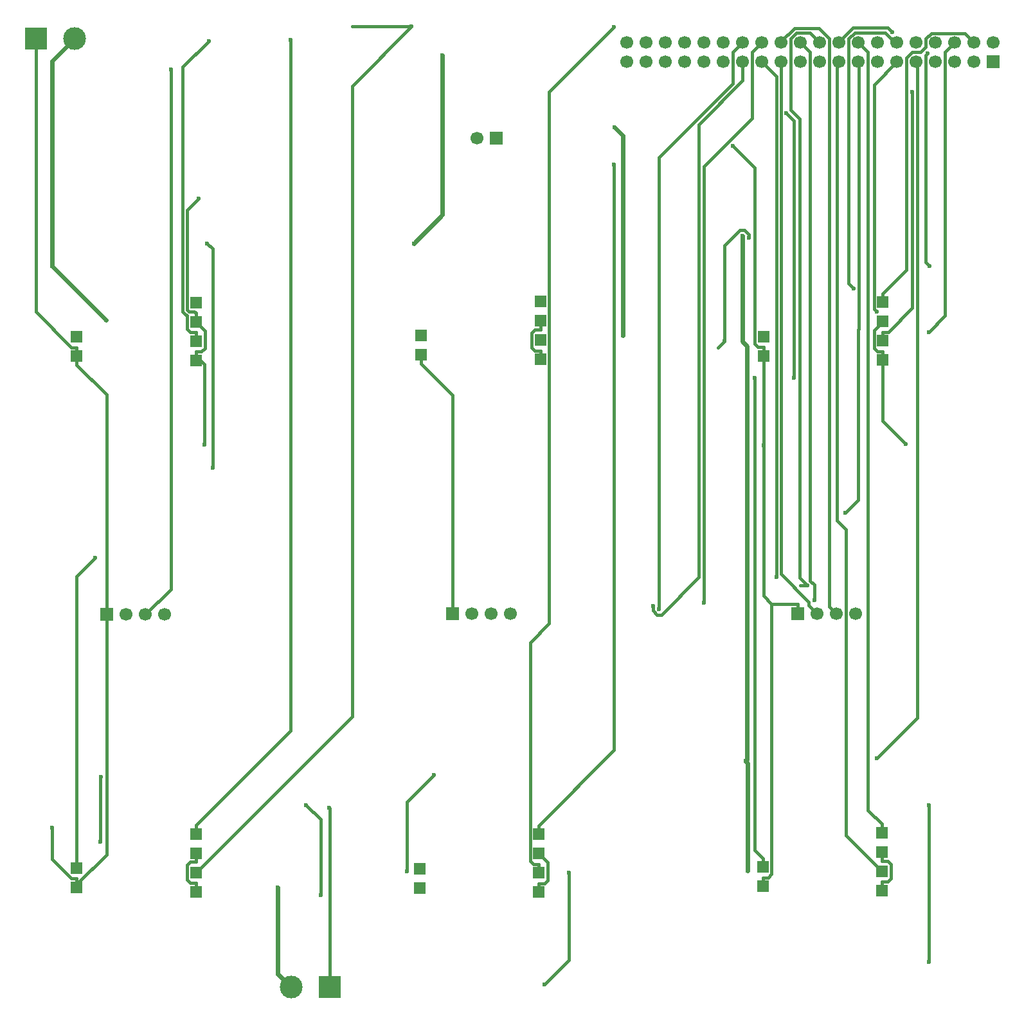
<source format=gbr>
%TF.GenerationSoftware,KiCad,Pcbnew,9.0.2*%
%TF.CreationDate,2025-06-29T15:47:53+02:00*%
%TF.ProjectId,adirs,61646972-732e-46b6-9963-61645f706362,rev?*%
%TF.SameCoordinates,Original*%
%TF.FileFunction,Copper,L2,Bot*%
%TF.FilePolarity,Positive*%
%FSLAX46Y46*%
G04 Gerber Fmt 4.6, Leading zero omitted, Abs format (unit mm)*
G04 Created by KiCad (PCBNEW 9.0.2) date 2025-06-29 15:47:53*
%MOMM*%
%LPD*%
G01*
G04 APERTURE LIST*
%TA.AperFunction,ComponentPad*%
%ADD10R,1.700000X1.700000*%
%TD*%
%TA.AperFunction,ComponentPad*%
%ADD11C,1.700000*%
%TD*%
%TA.AperFunction,ComponentPad*%
%ADD12R,3.000000X3.000000*%
%TD*%
%TA.AperFunction,ComponentPad*%
%ADD13C,3.000000*%
%TD*%
%TA.AperFunction,ComponentPad*%
%ADD14R,1.500000X1.500000*%
%TD*%
%TA.AperFunction,ViaPad*%
%ADD15C,0.600000*%
%TD*%
%TA.AperFunction,Conductor*%
%ADD16C,0.400000*%
%TD*%
%TA.AperFunction,Conductor*%
%ADD17C,0.600000*%
%TD*%
G04 APERTURE END LIST*
D10*
%TO.P,J2,1,Pin_1*%
%TO.N,Net-(J2-Pin_1)*%
X269825000Y-28475000D03*
D11*
%TO.P,J2,2,Pin_2*%
%TO.N,Net-(J2-Pin_2)*%
X269825000Y-25935000D03*
%TO.P,J2,3,Pin_3*%
%TO.N,Net-(J2-Pin_3)*%
X267285000Y-28475000D03*
%TO.P,J2,4,Pin_4*%
%TO.N,Net-(J2-Pin_4)*%
X267285000Y-25935000D03*
%TO.P,J2,5,Pin_5*%
%TO.N,Net-(J2-Pin_5)*%
X264745000Y-28475000D03*
%TO.P,J2,6,Pin_6*%
%TO.N,Net-(J2-Pin_6)*%
X264745000Y-25935000D03*
%TO.P,J2,7,Pin_7*%
%TO.N,Net-(J2-Pin_7)*%
X262205000Y-28475000D03*
%TO.P,J2,8,Pin_8*%
%TO.N,Net-(J2-Pin_8)*%
X262205000Y-25935000D03*
%TO.P,J2,9,Pin_9*%
%TO.N,Net-(J2-Pin_9)*%
X259665000Y-28475000D03*
%TO.P,J2,10,Pin_10*%
%TO.N,Net-(J2-Pin_10)*%
X259665000Y-25935000D03*
%TO.P,J2,11,Pin_11*%
%TO.N,Net-(J2-Pin_11)*%
X257125000Y-28475000D03*
%TO.P,J2,12,Pin_12*%
%TO.N,Net-(J2-Pin_12)*%
X257125000Y-25935000D03*
%TO.P,J2,13,Pin_13*%
%TO.N,Net-(J2-Pin_13)*%
X254585000Y-28475000D03*
%TO.P,J2,14,Pin_14*%
%TO.N,Net-(J2-Pin_14)*%
X254585000Y-25935000D03*
%TO.P,J2,15,Pin_15*%
%TO.N,Net-(J2-Pin_15)*%
X252045000Y-28475000D03*
%TO.P,J2,16,Pin_16*%
%TO.N,Net-(J2-Pin_16)*%
X252045000Y-25935000D03*
%TO.P,J2,17,Pin_17*%
%TO.N,Net-(J2-Pin_17)*%
X249505000Y-28475000D03*
%TO.P,J2,18,Pin_18*%
%TO.N,Net-(J2-Pin_18)*%
X249505000Y-25935000D03*
%TO.P,J2,19,Pin_19*%
%TO.N,Net-(J2-Pin_19)*%
X246965000Y-28475000D03*
%TO.P,J2,20,Pin_20*%
%TO.N,Net-(J2-Pin_20)*%
X246965000Y-25935000D03*
%TO.P,J2,21,Pin_21*%
%TO.N,Net-(J2-Pin_21)*%
X244425000Y-28475000D03*
%TO.P,J2,22,Pin_22*%
%TO.N,Net-(J2-Pin_22)*%
X244425000Y-25935000D03*
%TO.P,J2,23,Pin_23*%
%TO.N,Net-(J2-Pin_23)*%
X241885000Y-28475000D03*
%TO.P,J2,24,Pin_24*%
%TO.N,Net-(J2-Pin_24)*%
X241885000Y-25935000D03*
%TO.P,J2,25,Pin_25*%
%TO.N,Net-(J2-Pin_25)*%
X239345000Y-28475000D03*
%TO.P,J2,26,Pin_26*%
%TO.N,Net-(J2-Pin_26)*%
X239345000Y-25935000D03*
%TO.P,J2,27,Pin_27*%
%TO.N,Net-(J2-Pin_27)*%
X236805000Y-28475000D03*
%TO.P,J2,28,Pin_28*%
%TO.N,Net-(J2-Pin_28)*%
X236805000Y-25935000D03*
%TO.P,J2,29,Pin_29*%
%TO.N,unconnected-(J2-Pin_29-Pad29)*%
X234265000Y-28475000D03*
%TO.P,J2,30,Pin_30*%
%TO.N,unconnected-(J2-Pin_30-Pad30)*%
X234265000Y-25935000D03*
%TO.P,J2,31,Pin_31*%
%TO.N,unconnected-(J2-Pin_31-Pad31)*%
X231725000Y-28475000D03*
%TO.P,J2,32,Pin_32*%
%TO.N,unconnected-(J2-Pin_32-Pad32)*%
X231725000Y-25935000D03*
%TO.P,J2,33,Pin_33*%
%TO.N,unconnected-(J2-Pin_33-Pad33)*%
X229185000Y-28475000D03*
%TO.P,J2,34,Pin_34*%
%TO.N,unconnected-(J2-Pin_34-Pad34)*%
X229185000Y-25935000D03*
%TO.P,J2,35,Pin_35*%
%TO.N,unconnected-(J2-Pin_35-Pad35)*%
X226645000Y-28475000D03*
%TO.P,J2,36,Pin_36*%
%TO.N,unconnected-(J2-Pin_36-Pad36)*%
X226645000Y-25935000D03*
%TO.P,J2,37,Pin_37*%
%TO.N,unconnected-(J2-Pin_37-Pad37)*%
X224105000Y-28475000D03*
%TO.P,J2,38,Pin_38*%
%TO.N,unconnected-(J2-Pin_38-Pad38)*%
X224105000Y-25935000D03*
%TO.P,J2,39,Pin_39*%
%TO.N,unconnected-(J2-Pin_39-Pad39)*%
X221565000Y-28475000D03*
%TO.P,J2,40,Pin_40*%
%TO.N,unconnected-(J2-Pin_40-Pad40)*%
X221565000Y-25935000D03*
%TD*%
D12*
%TO.P,J7,1,Pin_1*%
%TO.N,GND*%
X182390000Y-150400000D03*
D13*
%TO.P,J7,2,Pin_2*%
%TO.N,+12V*%
X177310000Y-150400000D03*
%TD*%
D14*
%TO.P,KR3,1,+5V_TOP_LED*%
%TO.N,Net-(J2-Pin_4)*%
X255250000Y-60150000D03*
%TO.P,KR3,2,GND_TOP_LED*%
%TO.N,GND*%
X255250000Y-62690000D03*
%TO.P,KR3,3,+5V_BOTTOM_LED*%
%TO.N,Net-(J2-Pin_5)*%
X255250000Y-65230000D03*
%TO.P,KR3,4,GND_BOTTOM_LED*%
%TO.N,GND*%
X255250000Y-67770000D03*
%TO.P,KR3,5,SW_IN*%
%TO.N,Net-(J2-Pin_6)*%
X239550000Y-64650000D03*
%TO.P,KR3,6,SW_OUT*%
%TO.N,GND*%
X239550000Y-67190000D03*
%TD*%
%TO.P,KR5,1,+5V_TOP_LED*%
%TO.N,Net-(J2-Pin_7)*%
X209950000Y-130250000D03*
%TO.P,KR5,2,GND_TOP_LED*%
%TO.N,GND*%
X209950000Y-132790000D03*
%TO.P,KR5,3,+5V_BOTTOM_LED*%
%TO.N,Net-(J2-Pin_8)*%
X209950000Y-135330000D03*
%TO.P,KR5,4,GND_BOTTOM_LED*%
%TO.N,GND*%
X209950000Y-137870000D03*
%TO.P,KR5,5,SW_IN*%
%TO.N,Net-(J2-Pin_9)*%
X194250000Y-134750000D03*
%TO.P,KR5,6,SW_OUT*%
%TO.N,GND*%
X194250000Y-137290000D03*
%TD*%
%TO.P,KR6,1,+5V_TOP_LED*%
%TO.N,Net-(J2-Pin_16)*%
X255150000Y-130050000D03*
%TO.P,KR6,2,GND_TOP_LED*%
%TO.N,GND*%
X255150000Y-132590000D03*
%TO.P,KR6,3,+5V_BOTTOM_LED*%
%TO.N,Net-(J2-Pin_17)*%
X255150000Y-135130000D03*
%TO.P,KR6,4,GND_BOTTOM_LED*%
%TO.N,GND*%
X255150000Y-137670000D03*
%TO.P,KR6,5,SW_IN*%
%TO.N,Net-(J2-Pin_18)*%
X239450000Y-134550000D03*
%TO.P,KR6,6,SW_OUT*%
%TO.N,GND*%
X239450000Y-137090000D03*
%TD*%
D10*
%TO.P,J6,1,Pin_1*%
%TO.N,GND*%
X198590000Y-101150000D03*
D11*
%TO.P,J6,2,Pin_2*%
%TO.N,Net-(J2-Pin_26)*%
X201130000Y-101150000D03*
%TO.P,J6,3,Pin_3*%
%TO.N,Net-(J2-Pin_27)*%
X203670000Y-101150000D03*
%TO.P,J6,4,Pin_4*%
%TO.N,Net-(J2-Pin_28)*%
X206210000Y-101150000D03*
%TD*%
D10*
%TO.P,J4,1,Pin_1*%
%TO.N,GND*%
X153020000Y-101300000D03*
D11*
%TO.P,J4,2,Pin_2*%
%TO.N,Net-(J2-Pin_20)*%
X155560000Y-101300000D03*
%TO.P,J4,3,Pin_3*%
%TO.N,Net-(J2-Pin_21)*%
X158100000Y-101300000D03*
%TO.P,J4,4,Pin_4*%
%TO.N,Net-(J2-Pin_22)*%
X160640000Y-101300000D03*
%TD*%
D14*
%TO.P,KR4,1,+5V_TOP_LED*%
%TO.N,Net-(J2-Pin_13)*%
X164800000Y-130200000D03*
%TO.P,KR4,2,GND_TOP_LED*%
%TO.N,GND*%
X164800000Y-132740000D03*
%TO.P,KR4,3,+5V_BOTTOM_LED*%
%TO.N,Net-(J2-Pin_14)*%
X164800000Y-135280000D03*
%TO.P,KR4,4,GND_BOTTOM_LED*%
%TO.N,GND*%
X164800000Y-137820000D03*
%TO.P,KR4,5,SW_IN*%
%TO.N,Net-(J2-Pin_15)*%
X149100000Y-134700000D03*
%TO.P,KR4,6,SW_OUT*%
%TO.N,GND*%
X149100000Y-137240000D03*
%TD*%
D10*
%TO.P,J5,1,Pin_1*%
%TO.N,GND*%
X244090000Y-101150000D03*
D11*
%TO.P,J5,2,Pin_2*%
%TO.N,Net-(J2-Pin_23)*%
X246630000Y-101150000D03*
%TO.P,J5,3,Pin_3*%
%TO.N,Net-(J2-Pin_24)*%
X249170000Y-101150000D03*
%TO.P,J5,4,Pin_4*%
%TO.N,Net-(J2-Pin_25)*%
X251710000Y-101150000D03*
%TD*%
D10*
%TO.P,J3,1,Pin_1*%
%TO.N,Net-(J3-Pin_1)*%
X204375000Y-38500000D03*
D11*
%TO.P,J3,2,Pin_2*%
%TO.N,Net-(J2-Pin_19)*%
X201835000Y-38500000D03*
%TD*%
D14*
%TO.P,KR1,1,+5V_TOP_LED*%
%TO.N,Net-(J2-Pin_1)*%
X164800000Y-60200000D03*
%TO.P,KR1,2,GND_TOP_LED*%
%TO.N,GND*%
X164800000Y-62740000D03*
%TO.P,KR1,3,+5V_BOTTOM_LED*%
%TO.N,Net-(J2-Pin_2)*%
X164800000Y-65280000D03*
%TO.P,KR1,4,GND_BOTTOM_LED*%
%TO.N,GND*%
X164800000Y-67820000D03*
%TO.P,KR1,5,SW_IN*%
%TO.N,Net-(J2-Pin_3)*%
X149100000Y-64700000D03*
%TO.P,KR1,6,SW_OUT*%
%TO.N,GND*%
X149100000Y-67240000D03*
%TD*%
%TO.P,KR2,1,+5V_TOP_LED*%
%TO.N,Net-(J2-Pin_10)*%
X210150000Y-60050000D03*
%TO.P,KR2,2,GND_TOP_LED*%
%TO.N,GND*%
X210150000Y-62590000D03*
%TO.P,KR2,3,+5V_BOTTOM_LED*%
%TO.N,Net-(J2-Pin_11)*%
X210150000Y-65130000D03*
%TO.P,KR2,4,GND_BOTTOM_LED*%
%TO.N,GND*%
X210150000Y-67670000D03*
%TO.P,KR2,5,SW_IN*%
%TO.N,Net-(J2-Pin_12)*%
X194450000Y-64550000D03*
%TO.P,KR2,6,SW_OUT*%
%TO.N,GND*%
X194450000Y-67090000D03*
%TD*%
D12*
%TO.P,J1,1,Pin_1*%
%TO.N,GND*%
X143695000Y-25400000D03*
D13*
%TO.P,J1,2,Pin_2*%
%TO.N,+12V*%
X148775000Y-25400000D03*
%TD*%
D15*
%TO.N,Net-(J2-Pin_6)*%
X261300800Y-64078300D03*
%TO.N,Net-(J2-Pin_5)*%
X259138800Y-32427600D03*
%TO.N,Net-(J2-Pin_8)*%
X219880700Y-23870100D03*
%TO.N,Net-(J2-Pin_27)*%
X224966500Y-100147900D03*
%TO.N,Net-(J2-Pin_25)*%
X241261600Y-96384300D03*
%TO.N,Net-(J2-Pin_12)*%
X251400400Y-58300000D03*
%TO.N,Net-(J2-Pin_9)*%
X254463300Y-120264700D03*
%TO.N,Net-(J2-Pin_7)*%
X219880700Y-41962200D03*
%TO.N,Net-(J2-Pin_22)*%
X246222400Y-99382200D03*
%TO.N,Net-(J2-Pin_11)*%
X254451900Y-61420000D03*
%TO.N,Net-(J2-Pin_21)*%
X161468200Y-29485000D03*
%TO.N,Net-(J2-Pin_10)*%
X261187300Y-27335600D03*
X261444500Y-55340000D03*
%TO.N,Net-(J2-Pin_14)*%
X193211000Y-23789000D03*
%TO.N,Net-(J2-Pin_15)*%
X250350200Y-87900000D03*
X151531600Y-93820000D03*
%TO.N,Net-(J2-Pin_28)*%
X225806100Y-100578800D03*
%TO.N,Net-(J2-Pin_18)*%
X238420000Y-70140000D03*
X243585500Y-70140000D03*
X242530200Y-35184000D03*
X256496700Y-24591500D03*
%TO.N,Net-(J2-Pin_13)*%
X177261700Y-25587200D03*
%TO.N,Net-(J2-Pin_26)*%
X231733900Y-99738400D03*
%TO.N,Net-(J2-Pin_20)*%
X245281800Y-97422100D03*
%TO.N,Net-(J2-Pin_2)*%
X166505700Y-25704400D03*
%TO.N,GND*%
X145798200Y-129340000D03*
X258281200Y-78820000D03*
X182320200Y-126760800D03*
X165182000Y-46460000D03*
X165923400Y-78930600D03*
X239550000Y-79020000D03*
X235517400Y-39580900D03*
%TO.N,Net-(D36-K)*%
X261366900Y-147084400D03*
X261366900Y-126380000D03*
%TO.N,Net-(D29-K)*%
X210729300Y-150060000D03*
X213954100Y-135260000D03*
%TO.N,Net-(D27-K)*%
X181217000Y-138271300D03*
X179279900Y-126371400D03*
%TO.N,Net-(D26-K)*%
X196174300Y-122452700D03*
X192614700Y-135160000D03*
%TO.N,Net-(D20-K)*%
X152231900Y-131272700D03*
X152275800Y-122670400D03*
%TO.N,Net-(D14-K)*%
X234442800Y-65244600D03*
X237616200Y-51685900D03*
%TO.N,Net-(D2-K)*%
X166987100Y-81980000D03*
X166247000Y-52380000D03*
%TO.N,+12V*%
X175587000Y-137272900D03*
X145798200Y-55374300D03*
X237397900Y-65917100D03*
X236734100Y-51392900D03*
X237439400Y-135060000D03*
X237163900Y-120604800D03*
X152939400Y-62473000D03*
X220990800Y-64489300D03*
X219897600Y-37124400D03*
X197274300Y-27600000D03*
X193521900Y-52380000D03*
%TD*%
D16*
%TO.N,Net-(J2-Pin_6)*%
X263475000Y-27205000D02*
X264745000Y-25935000D01*
X263475000Y-61904100D02*
X263475000Y-27205000D01*
X261300800Y-64078300D02*
X263475000Y-61904100D01*
%TO.N,Net-(J2-Pin_5)*%
X255969800Y-64078300D02*
X255250000Y-64078300D01*
X259138800Y-60909300D02*
X255969800Y-64078300D01*
X259138800Y-32427600D02*
X259138800Y-60909300D01*
X255250000Y-65230000D02*
X255250000Y-64078300D01*
%TO.N,Net-(J2-Pin_8)*%
X209950000Y-135330000D02*
X209950000Y-134178300D01*
X209230100Y-134178300D02*
X209950000Y-134178300D01*
X208798300Y-133746500D02*
X209230100Y-134178300D01*
X208798300Y-104961600D02*
X208798300Y-133746500D01*
X211301700Y-102458200D02*
X208798300Y-104961600D01*
X211301700Y-32449100D02*
X211301700Y-102458200D01*
X219880700Y-23870100D02*
X211301700Y-32449100D01*
%TO.N,Net-(J2-Pin_27)*%
X224966500Y-100788800D02*
X224966500Y-100147900D01*
X225485800Y-101308100D02*
X224966500Y-100788800D01*
X226069200Y-101308100D02*
X225485800Y-101308100D01*
X231033700Y-96343600D02*
X226069200Y-101308100D01*
X231033700Y-36714300D02*
X231033700Y-96343600D01*
X236805000Y-30943000D02*
X231033700Y-36714300D01*
X236805000Y-28475000D02*
X236805000Y-30943000D01*
%TO.N,Net-(J2-Pin_25)*%
X241226800Y-96349500D02*
X241261600Y-96384300D01*
X241226800Y-30356800D02*
X241226800Y-96349500D01*
X239345000Y-28475000D02*
X241226800Y-30356800D01*
X241261600Y-96384300D02*
X241226800Y-96384300D01*
X241226800Y-96384300D02*
X241261600Y-96384300D01*
%TO.N,Net-(J2-Pin_12)*%
X256848000Y-25935000D02*
X257125000Y-25935000D01*
X255549700Y-24636700D02*
X256848000Y-25935000D01*
X251566500Y-24636700D02*
X255549700Y-24636700D01*
X250762900Y-25440300D02*
X251566500Y-24636700D01*
X250762900Y-57662500D02*
X250762900Y-25440300D01*
X251400400Y-58300000D02*
X250762900Y-57662500D01*
%TO.N,Net-(J2-Pin_9)*%
X259840500Y-28650500D02*
X259665000Y-28475000D01*
X259840500Y-114887500D02*
X259840500Y-28650500D01*
X254463300Y-120264700D02*
X259840500Y-114887500D01*
%TO.N,Net-(J2-Pin_7)*%
X209950000Y-130250000D02*
X209950000Y-129098300D01*
X219880700Y-119167600D02*
X219880700Y-41962200D01*
X209950000Y-129098300D02*
X219880700Y-119167600D01*
%TO.N,Net-(J2-Pin_22)*%
X245694900Y-27204900D02*
X244425000Y-25935000D01*
X245694900Y-96842900D02*
X245694900Y-27204900D01*
X246222400Y-97370400D02*
X245694900Y-96842900D01*
X246222400Y-99382200D02*
X246222400Y-97370400D01*
%TO.N,Net-(J2-Pin_11)*%
X254098300Y-31501700D02*
X257125000Y-28475000D01*
X254098300Y-61066400D02*
X254098300Y-31501700D01*
X254451900Y-61420000D02*
X254098300Y-61066400D01*
%TO.N,Net-(J2-Pin_21)*%
X161468200Y-97931800D02*
X161468200Y-29485000D01*
X158100000Y-101300000D02*
X161468200Y-97931800D01*
%TO.N,Net-(J2-Pin_10)*%
X260935000Y-54830500D02*
X261444500Y-55340000D01*
X260935000Y-27587900D02*
X260935000Y-54830500D01*
X261187300Y-27335600D02*
X260935000Y-27587900D01*
%TO.N,Net-(J2-Pin_4)*%
X255250000Y-60150000D02*
X255250000Y-58998300D01*
X258395000Y-55853300D02*
X255250000Y-58998300D01*
X258395000Y-27908900D02*
X258395000Y-55853300D01*
X259098900Y-27205000D02*
X258395000Y-27908900D01*
X260231100Y-27205000D02*
X259098900Y-27205000D01*
X260935000Y-26501100D02*
X260231100Y-27205000D01*
X260935000Y-25422900D02*
X260935000Y-26501100D01*
X261674600Y-24683300D02*
X260935000Y-25422900D01*
X266033300Y-24683300D02*
X261674600Y-24683300D01*
X267285000Y-25935000D02*
X266033300Y-24683300D01*
%TO.N,Net-(J2-Pin_14)*%
X185350700Y-114729300D02*
X164800000Y-135280000D01*
X185350700Y-31649300D02*
X185350700Y-114729300D01*
X193211000Y-23789000D02*
X185350700Y-31649300D01*
X193211000Y-23789000D02*
X185350700Y-23789000D01*
X185350700Y-23789000D02*
X193211000Y-23789000D01*
%TO.N,Net-(J2-Pin_24)*%
X241885000Y-25758700D02*
X241885000Y-25935000D01*
X243591000Y-24052700D02*
X241885000Y-25758700D01*
X246863600Y-24052700D02*
X243591000Y-24052700D01*
X248235000Y-25424100D02*
X246863600Y-24052700D01*
X248235000Y-100215000D02*
X248235000Y-25424100D01*
X249170000Y-101150000D02*
X248235000Y-100215000D01*
%TO.N,Net-(J2-Pin_15)*%
X149100000Y-134700000D02*
X149100000Y-133548300D01*
X252005400Y-63730700D02*
X252045000Y-63770300D01*
X252005400Y-63730700D02*
X252045000Y-63770300D01*
X149100000Y-96251600D02*
X149100000Y-133548300D01*
X151531600Y-93820000D02*
X149100000Y-96251600D01*
X252005400Y-63809900D02*
X252005400Y-80071000D01*
X252045000Y-63770300D02*
X252005400Y-63809900D01*
X252045000Y-86205200D02*
X250350200Y-87900000D01*
X252045000Y-80110600D02*
X252045000Y-86205200D01*
X252005400Y-80071000D02*
X252045000Y-80110600D01*
X252005400Y-80071000D02*
X252045000Y-80110600D01*
X252102100Y-28532100D02*
X252045000Y-28475000D01*
X252102100Y-63634000D02*
X252102100Y-28532100D01*
X252005400Y-63730700D02*
X252102100Y-63634000D01*
%TO.N,Net-(J2-Pin_17)*%
X249255900Y-28724100D02*
X249255900Y-88901900D01*
X249505000Y-28475000D02*
X249255900Y-28724100D01*
X249255900Y-88901900D02*
X249503500Y-89149500D01*
X249255900Y-88901900D02*
X249503500Y-89149500D01*
X250439800Y-130419800D02*
X255150000Y-135130000D01*
X250439800Y-90085800D02*
X250439800Y-130419800D01*
X249503500Y-89149500D02*
X250439800Y-90085800D01*
%TO.N,Net-(J2-Pin_28)*%
X225806100Y-41091000D02*
X225806100Y-100578800D01*
X235535000Y-31362100D02*
X225806100Y-41091000D01*
X235535000Y-27205000D02*
X235535000Y-31362100D01*
X236805000Y-25935000D02*
X235535000Y-27205000D01*
%TO.N,Net-(J2-Pin_18)*%
X238420000Y-132368300D02*
X239450000Y-133398300D01*
X238420000Y-70140000D02*
X238420000Y-132368300D01*
X239450000Y-134550000D02*
X239450000Y-133398300D01*
X243585500Y-36239300D02*
X242530200Y-35184000D01*
X243585500Y-70140000D02*
X243585500Y-36239300D01*
X249505000Y-25818500D02*
X249505000Y-25935000D01*
X251335000Y-23988500D02*
X249505000Y-25818500D01*
X255893700Y-23988500D02*
X251335000Y-23988500D01*
X256496700Y-24591500D02*
X255893700Y-23988500D01*
X242530200Y-35184000D02*
X243585500Y-36239300D01*
X243585500Y-36239300D02*
X242530200Y-35184000D01*
%TO.N,Net-(J2-Pin_13)*%
X164800000Y-130200000D02*
X164800000Y-129048300D01*
X177261700Y-116586600D02*
X164800000Y-129048300D01*
X177261700Y-25587200D02*
X177261700Y-116586600D01*
%TO.N,Net-(J2-Pin_16)*%
X255150000Y-130050000D02*
X255150000Y-128898300D01*
X253313400Y-27203400D02*
X252045000Y-25935000D01*
X253313400Y-127061700D02*
X253313400Y-27203400D01*
X255150000Y-128898300D02*
X253313400Y-127061700D01*
%TO.N,Net-(J2-Pin_26)*%
X238075000Y-27205000D02*
X239345000Y-25935000D01*
X238075000Y-35894400D02*
X238075000Y-27205000D01*
X231733900Y-42235500D02*
X238075000Y-35894400D01*
X231733900Y-99738400D02*
X231733900Y-42235500D01*
X231733900Y-99738400D02*
X231733900Y-99738500D01*
X231733900Y-99738500D02*
X231733900Y-99738400D01*
%TO.N,Net-(J2-Pin_23)*%
X245520700Y-100040700D02*
X246630000Y-101150000D01*
X245520700Y-99629400D02*
X245520700Y-100040700D01*
X241828500Y-95937200D02*
X245520700Y-99629400D01*
X241828500Y-28531500D02*
X241828500Y-95937200D01*
X241885000Y-28475000D02*
X241828500Y-28531500D01*
%TO.N,Net-(J2-Pin_20)*%
X245281800Y-97422100D02*
X244399500Y-97422100D01*
X244399500Y-97422100D02*
X245281800Y-97422100D01*
X245684400Y-24654400D02*
X246965000Y-25935000D01*
X243894500Y-24654400D02*
X245684400Y-24654400D01*
X243155000Y-25393900D02*
X243894500Y-24654400D01*
X243155000Y-34816500D02*
X243155000Y-25393900D01*
X244287300Y-35948800D02*
X243155000Y-34816500D01*
X244287300Y-96427600D02*
X244287300Y-35948800D01*
X245281800Y-97422100D02*
X244287300Y-96427600D01*
%TO.N,Net-(J2-Pin_2)*%
X164800000Y-65280000D02*
X164800000Y-64128300D01*
X163044300Y-61363200D02*
X163399200Y-61718100D01*
X163044300Y-29165800D02*
X163044300Y-61363200D01*
X166505700Y-25704400D02*
X163044300Y-29165800D01*
X164080200Y-64128300D02*
X164800000Y-64128300D01*
X163595300Y-63643400D02*
X164080200Y-64128300D01*
X163595300Y-61914200D02*
X163595300Y-63643400D01*
X163399200Y-61718100D02*
X163595300Y-61914200D01*
X163399200Y-61718100D02*
X163595300Y-61914200D01*
%TO.N,GND*%
X198590000Y-72381700D02*
X194450000Y-68241700D01*
X198590000Y-101150000D02*
X198590000Y-72381700D01*
X194450000Y-67090000D02*
X194450000Y-68241700D01*
X153020000Y-72311700D02*
X149100000Y-68391700D01*
X153020000Y-101300000D02*
X153020000Y-72311700D01*
X149100000Y-67240000D02*
X149100000Y-68391700D01*
X209430100Y-63741700D02*
X210150000Y-63741700D01*
X208998300Y-64173500D02*
X209430100Y-63741700D01*
X208998300Y-66086500D02*
X208998300Y-64173500D01*
X209430100Y-66518300D02*
X208998300Y-66086500D01*
X210150000Y-66518300D02*
X209430100Y-66518300D01*
X210150000Y-67670000D02*
X210150000Y-66518300D01*
X210150000Y-62590000D02*
X210150000Y-63741700D01*
X210669900Y-136718300D02*
X209950000Y-136718300D01*
X211101700Y-136286500D02*
X210669900Y-136718300D01*
X211101700Y-133941700D02*
X211101700Y-136286500D01*
X209950000Y-132790000D02*
X211101700Y-133941700D01*
X209950000Y-137870000D02*
X209950000Y-136718300D01*
X148380200Y-136088300D02*
X149100000Y-136088300D01*
X145798200Y-133506300D02*
X148380200Y-136088300D01*
X145798200Y-129340000D02*
X145798200Y-133506300D01*
X255869900Y-136518300D02*
X255150000Y-136518300D01*
X256301700Y-136086500D02*
X255869900Y-136518300D01*
X256301700Y-134173500D02*
X256301700Y-136086500D01*
X255869900Y-133741700D02*
X256301700Y-134173500D01*
X255150000Y-133741700D02*
X255869900Y-133741700D01*
X255150000Y-137670000D02*
X255150000Y-136518300D01*
X254530100Y-66618300D02*
X255250000Y-66618300D01*
X254098300Y-66186500D02*
X254530100Y-66618300D01*
X254098300Y-63841700D02*
X254098300Y-66186500D01*
X255250000Y-62690000D02*
X254098300Y-63841700D01*
X255250000Y-67770000D02*
X255250000Y-66618300D01*
X255250000Y-75788800D02*
X255250000Y-67770000D01*
X258281200Y-78820000D02*
X255250000Y-75788800D01*
X244090000Y-101150000D02*
X244090000Y-99898300D01*
X164080100Y-133891700D02*
X164800000Y-133891700D01*
X163648300Y-134323500D02*
X164080100Y-133891700D01*
X163648300Y-136236500D02*
X163648300Y-134323500D01*
X164080100Y-136668300D02*
X163648300Y-136236500D01*
X164800000Y-136668300D02*
X164080100Y-136668300D01*
X164800000Y-137820000D02*
X164800000Y-136668300D01*
X182390000Y-126830600D02*
X182320200Y-126760800D01*
X182390000Y-150400000D02*
X182390000Y-126830600D01*
X164563400Y-61351700D02*
X164800000Y-61588300D01*
X163883600Y-61351700D02*
X164563400Y-61351700D01*
X163648300Y-61116400D02*
X163883600Y-61351700D01*
X163648300Y-47993700D02*
X163648300Y-61116400D01*
X165182000Y-46460000D02*
X163648300Y-47993700D01*
X164800000Y-62740000D02*
X164800000Y-61588300D01*
X149100000Y-137240000D02*
X149100000Y-136664100D01*
X149100000Y-136664100D02*
X149100000Y-136088300D01*
X153020000Y-132887900D02*
X153020000Y-101300000D01*
X149243800Y-136664100D02*
X153020000Y-132887900D01*
X149100000Y-136664100D02*
X149243800Y-136664100D01*
X165951700Y-63891700D02*
X164800000Y-62740000D01*
X165951700Y-66236500D02*
X165951700Y-63891700D01*
X165519900Y-66668300D02*
X165951700Y-66236500D01*
X164800000Y-66668300D02*
X165519900Y-66668300D01*
X165923400Y-68367500D02*
X165923400Y-78930600D01*
X164800000Y-67244100D02*
X165923400Y-68367500D01*
X164800000Y-67820000D02*
X164800000Y-67244100D01*
X164800000Y-67244100D02*
X164800000Y-66668300D01*
X148380200Y-66088300D02*
X149100000Y-66088300D01*
X143695000Y-61403100D02*
X148380200Y-66088300D01*
X143695000Y-25400000D02*
X143695000Y-61403100D01*
X149100000Y-67240000D02*
X149100000Y-66088300D01*
X239550000Y-79020000D02*
X239550000Y-67190000D01*
X164800000Y-132740000D02*
X164800000Y-133891700D01*
X255150000Y-132590000D02*
X255150000Y-133741700D01*
X239450000Y-137090000D02*
X239450000Y-135938300D01*
X240169900Y-135938300D02*
X239450000Y-135938300D01*
X240601700Y-135506500D02*
X240169900Y-135938300D01*
X240601700Y-99898300D02*
X240601700Y-135506500D01*
X240601700Y-99898300D02*
X244090000Y-99898300D01*
X239550000Y-67190000D02*
X239550000Y-66038300D01*
X239550000Y-98846600D02*
X239550000Y-79020000D01*
X240601700Y-99898300D02*
X239550000Y-98846600D01*
X238398300Y-42461800D02*
X235517400Y-39580900D01*
X238398300Y-65606500D02*
X238398300Y-42461800D01*
X238830100Y-66038300D02*
X238398300Y-65606500D01*
X239550000Y-66038300D02*
X238830100Y-66038300D01*
%TO.N,Net-(D36-K)*%
X261366900Y-147084400D02*
X261366900Y-126380000D01*
%TO.N,Net-(D29-K)*%
X213954100Y-146835200D02*
X213954100Y-135260000D01*
X210729300Y-150060000D02*
X213954100Y-146835200D01*
%TO.N,Net-(D27-K)*%
X181217000Y-128308500D02*
X181217000Y-138271300D01*
X179279900Y-126371400D02*
X181217000Y-128308500D01*
%TO.N,Net-(D26-K)*%
X192614700Y-126012300D02*
X192614700Y-135160000D01*
X196174300Y-122452700D02*
X192614700Y-126012300D01*
%TO.N,Net-(D20-K)*%
X152231900Y-122714300D02*
X152275800Y-122670400D01*
X152231900Y-131272700D02*
X152231900Y-122714300D01*
%TO.N,Net-(D14-K)*%
X237616200Y-51252900D02*
X237616200Y-51685900D01*
X237034500Y-50671200D02*
X237616200Y-51252900D01*
X236454300Y-50671200D02*
X237034500Y-50671200D01*
X234442800Y-52682700D02*
X236454300Y-50671200D01*
X234442800Y-65244600D02*
X234442800Y-52682700D01*
X237616200Y-51685900D02*
X237630300Y-51671800D01*
X237630300Y-51671800D02*
X237616200Y-51685900D01*
X234442800Y-65244600D02*
X233587400Y-66100000D01*
X233587400Y-66100000D02*
X234442800Y-65244600D01*
%TO.N,Net-(D2-K)*%
X166987100Y-53120100D02*
X166247000Y-52380000D01*
X166987100Y-81980000D02*
X166987100Y-53120100D01*
D17*
%TO.N,+12V*%
X175587000Y-148677000D02*
X177310000Y-150400000D01*
X175587000Y-137272900D02*
X175587000Y-148677000D01*
X237439400Y-120880300D02*
X237163900Y-120604800D01*
X237439400Y-135060000D02*
X237439400Y-120880300D01*
X236734100Y-65253300D02*
X237397900Y-65917100D01*
X236734100Y-51392900D02*
X236734100Y-65253300D01*
X237397900Y-120370800D02*
X237397900Y-65917100D01*
X237163900Y-120604800D02*
X237397900Y-120370800D01*
X145798200Y-28376800D02*
X145798200Y-55374300D01*
X148775000Y-25400000D02*
X145798200Y-28376800D01*
X145840700Y-55374300D02*
X152939400Y-62473000D01*
X145798200Y-55374300D02*
X145840700Y-55374300D01*
X220990800Y-38217600D02*
X219897600Y-37124400D01*
X220990800Y-64489300D02*
X220990800Y-38217600D01*
X197274300Y-48627600D02*
X197274300Y-27600000D01*
X193521900Y-52380000D02*
X197274300Y-48627600D01*
%TD*%
M02*

</source>
